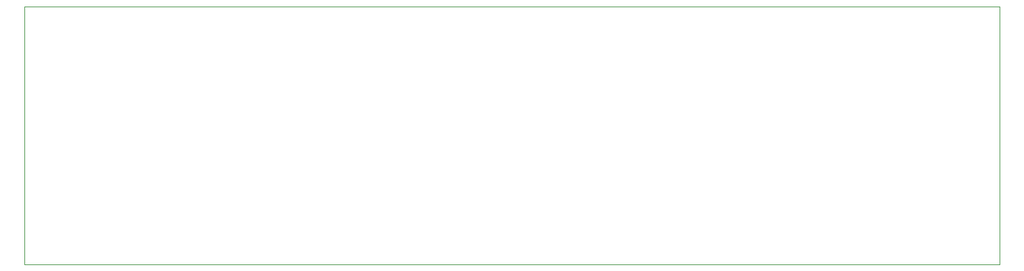
<source format=gbr>
%TF.GenerationSoftware,KiCad,Pcbnew,(6.0.7-1)-1*%
%TF.CreationDate,2022-09-02T18:16:08-04:00*%
%TF.ProjectId,power_mini_evolver,706f7765-725f-46d6-996e-695f65766f6c,rev?*%
%TF.SameCoordinates,Original*%
%TF.FileFunction,Profile,NP*%
%FSLAX46Y46*%
G04 Gerber Fmt 4.6, Leading zero omitted, Abs format (unit mm)*
G04 Created by KiCad (PCBNEW (6.0.7-1)-1) date 2022-09-02 18:16:08*
%MOMM*%
%LPD*%
G01*
G04 APERTURE LIST*
%TA.AperFunction,Profile*%
%ADD10C,0.050000*%
%TD*%
G04 APERTURE END LIST*
D10*
X85090000Y-79248000D02*
X210185000Y-79248000D01*
X85090000Y-112395000D02*
X85090000Y-79248000D01*
X210185000Y-112395000D02*
X85090000Y-112395000D01*
X210185000Y-112395000D02*
X210185000Y-79248000D01*
M02*

</source>
